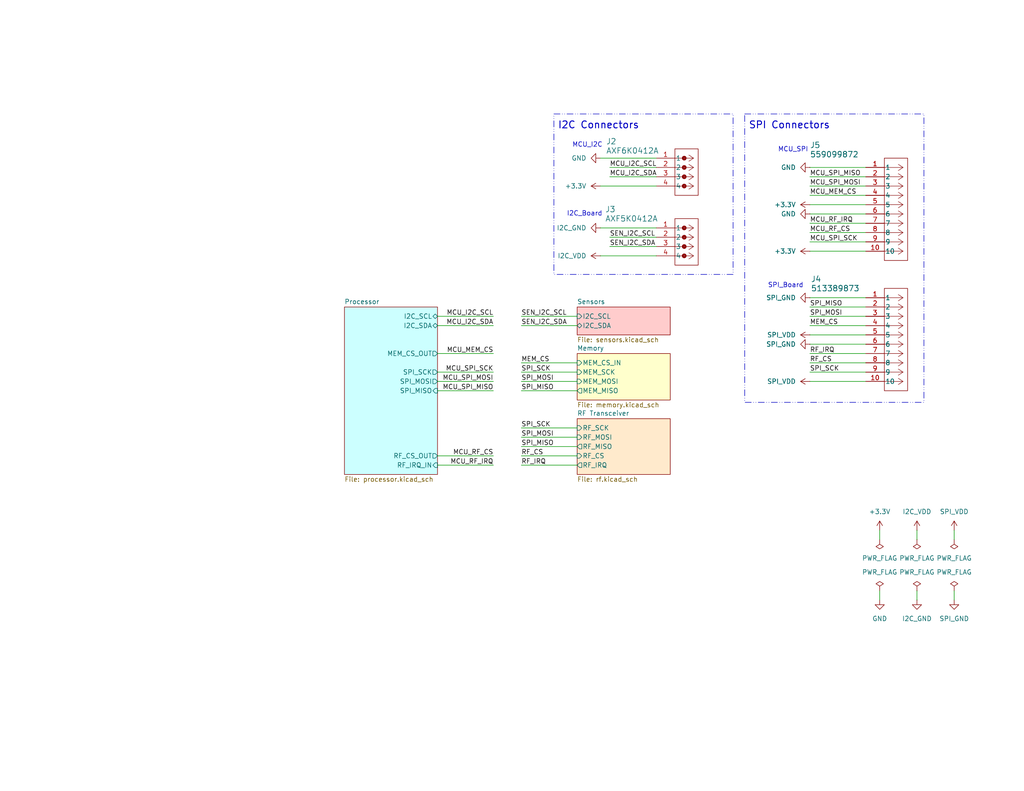
<source format=kicad_sch>
(kicad_sch (version 20250114) (generator "eeschema") (generator_version "9.0")
  (paper "USLetter")
  (title_block (title "Ingestible Capsule") (rev "1.0"))
  (lib_symbols
    (symbol "kjp_symlib:513389873" (pin_names (offset 0.254))
      (property "Reference" "J" (at 8.89 6.35 0))
      (property "Value" "513389873" (at 0 0 0))
      (symbol "513389873_1_1"
        (rectangle (start 5.08 2.54) (end 11.43 -25.4))
        (polyline (pts (xy 10.16 0) (xy 5.08 0)) (stroke (width 0.127)))
        (polyline (pts (xy 10.16 0) (xy 8.89 0.8467)) (stroke (width 0.127)))
        (polyline (pts (xy 10.16 0) (xy 8.89 -0.8467)) (stroke (width 0.127)))
        (polyline (pts (xy 10.16 -2.54) (xy 5.08 -2.54)) (stroke (width 0.127)))
        (polyline (pts (xy 10.16 -2.54) (xy 8.89 -1.6933)) (stroke (width 0.127)))
        (polyline (pts (xy 10.16 -2.54) (xy 8.89 -3.3867)) (stroke (width 0.127)))
        (polyline (pts (xy 10.16 -5.08) (xy 5.08 -5.08)) (stroke (width 0.127)))
        (polyline (pts (xy 10.16 -5.08) (xy 8.89 -4.2333)) (stroke (width 0.127)))
        (polyline (pts (xy 10.16 -5.08) (xy 8.89 -5.9267)) (stroke (width 0.127)))
        (polyline (pts (xy 10.16 -7.62) (xy 5.08 -7.62)) (stroke (width 0.127)))
        (polyline (pts (xy 10.16 -7.62) (xy 8.89 -6.7733)) (stroke (width 0.127)))
        (polyline (pts (xy 10.16 -7.62) (xy 8.89 -8.4667)) (stroke (width 0.127)))
        (polyline (pts (xy 10.16 -10.16) (xy 5.08 -10.16)) (stroke (width 0.127)))
        (polyline (pts (xy 10.16 -10.16) (xy 8.89 -9.3133)) (stroke (width 0.127)))
        (polyline (pts (xy 10.16 -10.16) (xy 8.89 -11.0067)) (stroke (width 0.127)))
        (polyline (pts (xy 10.16 -12.7) (xy 5.08 -12.7)) (stroke (width 0.127)))
        (polyline (pts (xy 10.16 -12.7) (xy 8.89 -11.8533)) (stroke (width 0.127)))
        (polyline (pts (xy 10.16 -12.7) (xy 8.89 -13.5467)) (stroke (width 0.127)))
        (polyline (pts (xy 10.16 -15.24) (xy 5.08 -15.24)) (stroke (width 0.127)))
        (polyline (pts (xy 10.16 -15.24) (xy 8.89 -14.3933)) (stroke (width 0.127)))
        (polyline (pts (xy 10.16 -15.24) (xy 8.89 -16.0867)) (stroke (width 0.127)))
        (polyline (pts (xy 10.16 -17.78) (xy 5.08 -17.78)) (stroke (width 0.127)))
        (polyline (pts (xy 10.16 -17.78) (xy 8.89 -16.9333)) (stroke (width 0.127)))
        (polyline (pts (xy 10.16 -17.78) (xy 8.89 -18.6267)) (stroke (width 0.127)))
        (polyline (pts (xy 10.16 -20.32) (xy 5.08 -20.32)) (stroke (width 0.127)))
        (polyline (pts (xy 10.16 -20.32) (xy 8.89 -19.4733)) (stroke (width 0.127)))
        (polyline (pts (xy 10.16 -20.32) (xy 8.89 -21.1667)) (stroke (width 0.127)))
        (polyline (pts (xy 10.16 -22.86) (xy 5.08 -22.86)) (stroke (width 0.127)))
        (polyline (pts (xy 10.16 -22.86) (xy 8.89 -22.0133)) (stroke (width 0.127)))
        (polyline (pts (xy 10.16 -22.86) (xy 8.89 -23.7067)) (stroke (width 0.127)))
        (pin unspecified line (at 0 0 0) (length 5.08) (name "1") (number "1"))
        (pin unspecified line (at 0 -2.54 0) (length 5.08) (name "2") (number "2"))
        (pin unspecified line (at 0 -5.08 0) (length 5.08) (name "3") (number "3"))
        (pin unspecified line (at 0 -7.62 0) (length 5.08) (name "4") (number "4"))
        (pin unspecified line (at 0 -10.16 0) (length 5.08) (name "5") (number "5"))
        (pin unspecified line (at 0 -12.7 0) (length 5.08) (name "6") (number "6"))
        (pin unspecified line (at 0 -15.24 0) (length 5.08) (name "7") (number "7"))
        (pin unspecified line (at 0 -17.78 0) (length 5.08) (name "8") (number "8"))
        (pin unspecified line (at 0 -20.32 0) (length 5.08) (name "9") (number "9"))
        (pin unspecified line (at 0 -22.86 0) (length 5.08) (name "10") (number "10"))
      )
      (symbol "513389873_1_2"
        (polyline (pts (xy 5.08 2.54) (xy 5.08 -35.56)) (stroke (width 0.127)))
        (polyline (pts (xy 5.08 -35.56) (xy 12.7 -35.56)) (stroke (width 0.127)))
        (polyline (pts (xy 7.62 0) (xy 5.08 0)) (stroke (width 0.127)))
        (polyline (pts (xy 7.62 0) (xy 8.89 0.8467)) (stroke (width 0.127)))
        (polyline (pts (xy 7.62 0) (xy 8.89 -0.8467)) (stroke (width 0.127)))
        (polyline (pts (xy 7.62 -2.54) (xy 5.08 -2.54)) (stroke (width 0.127)))
        (polyline (pts (xy 7.62 -2.54) (xy 8.89 -1.6933)) (stroke (width 0.127)))
        (polyline (pts (xy 7.62 -2.54) (xy 8.89 -3.3867)) (stroke (width 0.127)))
        (polyline (pts (xy 7.62 -5.08) (xy 5.08 -5.08)) (stroke (width 0.127)))
        (polyline (pts (xy 7.62 -5.08) (xy 8.89 -4.2333)) (stroke (width 0.127)))
        (polyline (pts (xy 7.62 -5.08) (xy 8.89 -5.9267)) (stroke (width 0.127)))
        (polyline (pts (xy 7.62 -7.62) (xy 5.08 -7.62)) (stroke (width 0.127)))
        (polyline (pts (xy 7.62 -7.62) (xy 8.89 -6.7733)) (stroke (width 0.127)))
        (polyline (pts (xy 7.62 -7.62) (xy 8.89 -8.4667)) (stroke (width 0.127)))
        (polyline (pts (xy 7.62 -10.16) (xy 5.08 -10.16)) (stroke (width 0.127)))
        (polyline (pts (xy 7.62 -10.16) (xy 8.89 -9.3133)) (stroke (width 0.127)))
        (polyline (pts (xy 7.62 -10.16) (xy 8.89 -11.0067)) (stroke (width 0.127)))
        (polyline (pts (xy 7.62 -12.7) (xy 5.08 -12.7)) (stroke (width 0.127)))
        (polyline (pts (xy 7.62 -12.7) (xy 8.89 -11.8533)) (stroke (width 0.127)))
        (polyline (pts (xy 7.62 -12.7) (xy 8.89 -13.5467)) (stroke (width 0.127)))
        (polyline (pts (xy 7.62 -15.24) (xy 5.08 -15.24)) (stroke (width 0.127)))
        (polyline (pts (xy 7.62 -15.24) (xy 8.89 -14.3933)) (stroke (width 0.127)))
        (polyline (pts (xy 7.62 -15.24) (xy 8.89 -16.0867)) (stroke (width 0.127)))
        (polyline (pts (xy 7.62 -17.78) (xy 5.08 -17.78)) (stroke (width 0.127)))
        (polyline (pts (xy 7.62 -17.78) (xy 8.89 -16.9333)) (stroke (width 0.127)))
        (polyline (pts (xy 7.62 -17.78) (xy 8.89 -18.6267)) (stroke (width 0.127)))
        (polyline (pts (xy 7.62 -20.32) (xy 5.08 -20.32)) (stroke (width 0.127)))
        (polyline (pts (xy 7.62 -20.32) (xy 8.89 -19.4733)) (stroke (width 0.127)))
        (polyline (pts (xy 7.62 -20.32) (xy 8.89 -21.1667)) (stroke (width 0.127)))
        (polyline (pts (xy 7.62 -22.86) (xy 5.08 -22.86)) (stroke (width 0.127)))
        (polyline (pts (xy 7.62 -22.86) (xy 8.89 -22.0133)) (stroke (width 0.127)))
        (polyline (pts (xy 7.62 -22.86) (xy 8.89 -23.7067)) (stroke (width 0.127)))
        (polyline (pts (xy 7.62 -25.4) (xy 5.08 -25.4)) (stroke (width 0.127)))
        (polyline (pts (xy 7.62 -25.4) (xy 8.89 -24.5533)) (stroke (width 0.127)))
        (polyline (pts (xy 7.62 -25.4) (xy 8.89 -26.2467)) (stroke (width 0.127)))
        (polyline (pts (xy 7.62 -27.94) (xy 5.08 -27.94)) (stroke (width 0.127)))
        (polyline (pts (xy 7.62 -27.94) (xy 8.89 -27.0933)) (stroke (width 0.127)))
        (polyline (pts (xy 7.62 -27.94) (xy 8.89 -28.7867)) (stroke (width 0.127)))
        (polyline (pts (xy 7.62 -30.48) (xy 5.08 -30.48)) (stroke (width 0.127)))
        (polyline (pts (xy 7.62 -30.48) (xy 8.89 -29.6333)) (stroke (width 0.127)))
        (polyline (pts (xy 7.62 -30.48) (xy 8.89 -31.3267)) (stroke (width 0.127)))
        (polyline (pts (xy 7.62 -33.02) (xy 5.08 -33.02)) (stroke (width 0.127)))
        (polyline (pts (xy 7.62 -33.02) (xy 8.89 -32.1733)) (stroke (width 0.127)))
        (polyline (pts (xy 7.62 -33.02) (xy 8.89 -33.8667)) (stroke (width 0.127)))
        (polyline (pts (xy 12.7 2.54) (xy 5.08 2.54)) (stroke (width 0.127)))
        (polyline (pts (xy 12.7 -35.56) (xy 12.7 2.54)) (stroke (width 0.127)))
        (pin unspecified line (at 0 0 0) (length 5.08) (name "1") (number "1"))
        (pin unspecified line (at 0 -2.54 0) (length 5.08) (name "2") (number "2"))
        (pin unspecified line (at 0 -5.08 0) (length 5.08) (name "3") (number "3"))
        (pin unspecified line (at 0 -7.62 0) (length 5.08) (name "4") (number "4"))
        (pin unspecified line (at 0 -10.16 0) (length 5.08) (name "5") (number "5"))
        (pin unspecified line (at 0 -12.7 0) (length 5.08) (name "6") (number "6"))
        (pin unspecified line (at 0 -15.24 0) (length 5.08) (name "7") (number "7"))
        (pin unspecified line (at 0 -17.78 0) (length 5.08) (name "8") (number "8"))
        (pin unspecified line (at 0 -20.32 0) (length 5.08) (name "9") (number "9"))
        (pin unspecified line (at 0 -22.86 0) (length 5.08) (name "10") (number "10"))
        (pin unspecified line (at 0 -25.4 0) (length 5.08) (name "P1") (number "P1"))
        (pin unspecified line (at 0 -27.94 0) (length 5.08) (name "P2") (number "P2"))
        (pin unspecified line (at 0 -30.48 0) (length 5.08) (name "P3") (number "P3"))
        (pin unspecified line (at 0 -33.02 0) (length 5.08) (name "P4") (number "P4"))
      )
    )
    (symbol "kjp_symlib:559099872" (pin_names (offset 0.254))
      (property "Reference" "J" (at 8.89 6.35 0))
      (property "Value" "559099872" (at 0 0 0))
      (symbol "559099872_1_1"
        (rectangle (start 5.08 2.54) (end 11.43 -25.4))
        (polyline (pts (xy 10.16 0) (xy 5.08 0)) (stroke (width 0.127)))
        (polyline (pts (xy 10.16 0) (xy 8.89 0.8467)) (stroke (width 0.127)))
        (polyline (pts (xy 10.16 0) (xy 8.89 -0.8467)) (stroke (width 0.127)))
        (polyline (pts (xy 10.16 -2.54) (xy 5.08 -2.54)) (stroke (width 0.127)))
        (polyline (pts (xy 10.16 -2.54) (xy 8.89 -1.6933)) (stroke (width 0.127)))
        (polyline (pts (xy 10.16 -2.54) (xy 8.89 -3.3867)) (stroke (width 0.127)))
        (polyline (pts (xy 10.16 -5.08) (xy 5.08 -5.08)) (stroke (width 0.127)))
        (polyline (pts (xy 10.16 -5.08) (xy 8.89 -4.2333)) (stroke (width 0.127)))
        (polyline (pts (xy 10.16 -5.08) (xy 8.89 -5.9267)) (stroke (width 0.127)))
        (polyline (pts (xy 10.16 -7.62) (xy 5.08 -7.62)) (stroke (width 0.127)))
        (polyline (pts (xy 10.16 -7.62) (xy 8.89 -6.7733)) (stroke (width 0.127)))
        (polyline (pts (xy 10.16 -7.62) (xy 8.89 -8.4667)) (stroke (width 0.127)))
        (polyline (pts (xy 10.16 -10.16) (xy 5.08 -10.16)) (stroke (width 0.127)))
        (polyline (pts (xy 10.16 -10.16) (xy 8.89 -9.3133)) (stroke (width 0.127)))
        (polyline (pts (xy 10.16 -10.16) (xy 8.89 -11.0067)) (stroke (width 0.127)))
        (polyline (pts (xy 10.16 -12.7) (xy 5.08 -12.7)) (stroke (width 0.127)))
        (polyline (pts (xy 10.16 -12.7) (xy 8.89 -11.8533)) (stroke (width 0.127)))
        (polyline (pts (xy 10.16 -12.7) (xy 8.89 -13.5467)) (stroke (width 0.127)))
        (polyline (pts (xy 10.16 -15.24) (xy 5.08 -15.24)) (stroke (width 0.127)))
        (polyline (pts (xy 10.16 -15.24) (xy 8.89 -14.3933)) (stroke (width 0.127)))
        (polyline (pts (xy 10.16 -15.24) (xy 8.89 -16.0867)) (stroke (width 0.127)))
        (polyline (pts (xy 10.16 -17.78) (xy 5.08 -17.78)) (stroke (width 0.127)))
        (polyline (pts (xy 10.16 -17.78) (xy 8.89 -16.9333)) (stroke (width 0.127)))
        (polyline (pts (xy 10.16 -17.78) (xy 8.89 -18.6267)) (stroke (width 0.127)))
        (polyline (pts (xy 10.16 -20.32) (xy 5.08 -20.32)) (stroke (width 0.127)))
        (polyline (pts (xy 10.16 -20.32) (xy 8.89 -19.4733)) (stroke (width 0.127)))
        (polyline (pts (xy 10.16 -20.32) (xy 8.89 -21.1667)) (stroke (width 0.127)))
        (polyline (pts (xy 10.16 -22.86) (xy 5.08 -22.86)) (stroke (width 0.127)))
        (polyline (pts (xy 10.16 -22.86) (xy 8.89 -22.0133)) (stroke (width 0.127)))
        (polyline (pts (xy 10.16 -22.86) (xy 8.89 -23.7067)) (stroke (width 0.127)))
        (pin unspecified line (at 0 0 0) (length 5.08) (name "1") (number "1"))
        (pin unspecified line (at 0 -2.54 0) (length 5.08) (name "2") (number "2"))
        (pin unspecified line (at 0 -5.08 0) (length 5.08) (name "3") (number "3"))
        (pin unspecified line (at 0 -7.62 0) (length 5.08) (name "4") (number "4"))
        (pin unspecified line (at 0 -10.16 0) (length 5.08) (name "5") (number "5"))
        (pin unspecified line (at 0 -12.7 0) (length 5.08) (name "6") (number "6"))
        (pin unspecified line (at 0 -15.24 0) (length 5.08) (name "7") (number "7"))
        (pin unspecified line (at 0 -17.78 0) (length 5.08) (name "8") (number "8"))
        (pin unspecified line (at 0 -20.32 0) (length 5.08) (name "9") (number "9"))
        (pin unspecified line (at 0 -22.86 0) (length 5.08) (name "10") (number "10"))
      )
      (symbol "559099872_1_2"
        (polyline (pts (xy 5.08 2.54) (xy 5.08 -35.56)) (stroke (width 0.127)))
        (polyline (pts (xy 5.08 -35.56) (xy 12.7 -35.56)) (stroke (width 0.127)))
        (polyline (pts (xy 7.62 0) (xy 5.08 0)) (stroke (width 0.127)))
        (polyline (pts (xy 7.62 0) (xy 8.89 0.8467)) (stroke (width 0.127)))
        (polyline (pts (xy 7.62 0) (xy 8.89 -0.8467)) (stroke (width 0.127)))
        (polyline (pts (xy 7.62 -2.54) (xy 5.08 -2.54)) (stroke (width 0.127)))
        (polyline (pts (xy 7.62 -2.54) (xy 8.89 -1.6933)) (stroke (width 0.127)))
        (polyline (pts (xy 7.62 -2.54) (xy 8.89 -3.3867)) (stroke (width 0.127)))
        (polyline (pts (xy 7.62 -5.08) (xy 5.08 -5.08)) (stroke (width 0.127)))
        (polyline (pts (xy 7.62 -5.08) (xy 8.89 -4.2333)) (stroke (width 0.127)))
        (polyline (pts (xy 7.62 -5.08) (xy 8.89 -5.9267)) (stroke (width 0.127)))
        (polyline (pts (xy 7.62 -7.62) (xy 5.08 -7.62)) (stroke (width 0.127)))
        (polyline (pts (xy 7.62 -7.62) (xy 8.89 -6.7733)) (stroke (width 0.127)))
        (polyline (pts (xy 7.62 -7.62) (xy 8.89 -8.4667)) (stroke (width 0.127)))
        (polyline (pts (xy 7.62 -10.16) (xy 5.08 -10.16)) (stroke (width 0.127)))
        (polyline (pts (xy 7.62 -10.16) (xy 8.89 -9.3133)) (stroke (width 0.127)))
        (polyline (pts (xy 7.62 -10.16) (xy 8.89 -11.0067)) (stroke (width 0.127)))
        (polyline (pts (xy 7.62 -12.7) (xy 5.08 -12.7)) (stroke (width 0.127)))
        (polyline (pts (xy 7.62 -12.7) (xy 8.89 -11.8533)) (stroke (width 0.127)))
        (polyline (pts (xy 7.62 -12.7) (xy 8.89 -13.5467)) (stroke (width 0.127)))
        (polyline (pts (xy 7.62 -15.24) (xy 5.08 -15.24)) (stroke (width 0.127)))
        (polyline (pts (xy 7.62 -15.24) (xy 8.89 -14.3933)) (stroke (width 0.127)))
        (polyline (pts (xy 7.62 -15.24) (xy 8.89 -16.0867)) (stroke (width 0.127)))
        (polyline (pts (xy 7.62 -17.78) (xy 5.08 -17.78)) (stroke (width 0.127)))
        (polyline (pts (xy 7.62 -17.78) (xy 8.89 -16.9333)) (stroke (width 0.127)))
        (polyline (pts (xy 7.62 -17.78) (xy 8.89 -18.6267)) (stroke (width 0.127)))
        (polyline (pts (xy 7.62 -20.32) (xy 5.08 -20.32)) (stroke (width 0.127)))
        (polyline (pts (xy 7.62 -20.32) (xy 8.89 -19.4733)) (stroke (width 0.127)))
        (polyline (pts (xy 7.62 -20.32) (xy 8.89 -21.1667)) (stroke (width 0.127)))
        (polyline (pts (xy 7.62 -22.86) (xy 5.08 -22.86)) (stroke (width 0.127)))
        (polyline (pts (xy 7.62 -22.86) (xy 8.89 -22.0133)) (stroke (width 0.127)))
        (polyline (pts (xy 7.62 -22.86) (xy 8.89 -23.7067)) (stroke (width 0.127)))
        (polyline (pts (xy 7.62 -25.4) (xy 5.08 -25.4)) (stroke (width 0.127)))
        (polyline (pts (xy 7.62 -25.4) (xy 8.89 -24.5533)) (stroke (width 0.127)))
        (polyline (pts (xy 7.62 -25.4) (xy 8.89 -26.2467)) (stroke (width 0.127)))
        (polyline (pts (xy 7.62 -27.94) (xy 5.08 -27.94)) (stroke (width 0.127)))
        (polyline (pts (xy 7.62 -27.94) (xy 8.89 -27.0933)) (stroke (width 0.127)))
        (polyline (pts (xy 7.62 -27.94) (xy 8.89 -28.7867)) (stroke (width 0.127)))
        (polyline (pts (xy 7.62 -30.48) (xy 5.08 -30.48)) (stroke (width 0.127)))
        (polyline (pts (xy 7.62 -30.48) (xy 8.89 -29.6333)) (stroke (width 0.127)))
        (polyline (pts (xy 7.62 -30.48) (xy 8.89 -31.3267)) (stroke (width 0.127)))
        (polyline (pts (xy 7.62 -33.02) (xy 5.08 -33.02)) (stroke (width 0.127)))
        (polyline (pts (xy 7.62 -33.02) (xy 8.89 -32.1733)) (stroke (width 0.127)))
        (polyline (pts (xy 7.62 -33.02) (xy 8.89 -33.8667)) (stroke (width 0.127)))
        (polyline (pts (xy 12.7 2.54) (xy 5.08 2.54)) (stroke (width 0.127)))
        (polyline (pts (xy 12.7 -35.56) (xy 12.7 2.54)) (stroke (width 0.127)))
        (pin unspecified line (at 0 0 0) (length 5.08) (name "1") (number "1"))
        (pin unspecified line (at 0 -2.54 0) (length 5.08) (name "2") (number "2"))
        (pin unspecified line (at 0 -5.08 0) (length 5.08) (name "3") (number "3"))
        (pin unspecified line (at 0 -7.62 0) (length 5.08) (name "4") (number "4"))
        (pin unspecified line (at 0 -10.16 0) (length 5.08) (name "5") (number "5"))
        (pin unspecified line (at 0 -12.7 0) (length 5.08) (name "6") (number "6"))
        (pin unspecified line (at 0 -15.24 0) (length 5.08) (name "7") (number "7"))
        (pin unspecified line (at 0 -17.78 0) (length 5.08) (name "8") (number "8"))
        (pin unspecified line (at 0 -20.32 0) (length 5.08) (name "9") (number "9"))
        (pin unspecified line (at 0 -22.86 0) (length 5.08) (name "10") (number "10"))
        (pin unspecified line (at 0 -25.4 0) (length 5.08) (name "P1") (number "P1"))
        (pin unspecified line (at 0 -27.94 0) (length 5.08) (name "P2") (number "P2"))
        (pin unspecified line (at 0 -30.48 0) (length 5.08) (name "P3") (number "P3"))
        (pin unspecified line (at 0 -33.02 0) (length 5.08) (name "P4") (number "P4"))
      )
    )
    (symbol "kjp_symlib:AXF5K0412A" (pin_names (offset 0.254))
      (property "Reference" "J" (at 8.89 6.35 0))
      (property "Value" "AXF5K0412A" (at 0 0 0))
      (symbol "AXF5K0412A_1_1"
        (rectangle (start 5.08 2.54) (end 11.43 -10.16))
        (circle (center 7.62 0) (radius 0.127) (stroke (width 0.508)))
        (circle (center 7.62 -2.54) (radius 0.127) (stroke (width 0.508)))
        (circle (center 7.62 -5.08) (radius 0.127) (stroke (width 0.508)))
        (circle (center 7.62 -7.62) (radius 0.127) (stroke (width 0.508)))
        (polyline (pts (xy 10.16 0) (xy 5.08 0)) (stroke (width 0.127)))
        (polyline (pts (xy 10.16 0) (xy 8.89 0.8467)) (stroke (width 0.127)))
        (polyline (pts (xy 10.16 0) (xy 8.89 -0.8467)) (stroke (width 0.127)))
        (polyline (pts (xy 10.16 -2.54) (xy 5.08 -2.54)) (stroke (width 0.127)))
        (polyline (pts (xy 10.16 -2.54) (xy 8.89 -1.6933)) (stroke (width 0.127)))
        (polyline (pts (xy 10.16 -2.54) (xy 8.89 -3.3867)) (stroke (width 0.127)))
        (polyline (pts (xy 10.16 -5.08) (xy 5.08 -5.08)) (stroke (width 0.127)))
        (polyline (pts (xy 10.16 -5.08) (xy 8.89 -4.2333)) (stroke (width 0.127)))
        (polyline (pts (xy 10.16 -5.08) (xy 8.89 -5.9267)) (stroke (width 0.127)))
        (polyline (pts (xy 10.16 -7.62) (xy 5.08 -7.62)) (stroke (width 0.127)))
        (polyline (pts (xy 10.16 -7.62) (xy 8.89 -6.7733)) (stroke (width 0.127)))
        (polyline (pts (xy 10.16 -7.62) (xy 8.89 -8.4667)) (stroke (width 0.127)))
        (pin unspecified line (at 0 0 0) (length 5.08) (name "1") (number "1"))
        (pin unspecified line (at 0 -2.54 0) (length 5.08) (name "2") (number "2"))
        (pin unspecified line (at 0 -5.08 0) (length 5.08) (name "3") (number "3"))
        (pin unspecified line (at 0 -7.62 0) (length 5.08) (name "4") (number "4"))
      )
      (symbol "AXF5K0412A_1_2"
        (polyline (pts (xy 5.08 2.54) (xy 5.08 -20.32)) (stroke (width 0.127)))
        (polyline (pts (xy 5.08 -20.32) (xy 12.7 -20.32)) (stroke (width 0.127)))
        (polyline (pts (xy 6.35 0) (xy 6.35 -2.54)) (stroke (width 0.127)))
        (circle (center 6.35 0) (radius 0.127) (stroke (width 0.508)))
        (circle (center 6.35 -2.54) (radius 0.127) (stroke (width 0.508)))
        (polyline (pts (xy 6.35 -5.08) (xy 6.35 -7.62)) (stroke (width 0.127)))
        (circle (center 6.35 -5.08) (radius 0.127) (stroke (width 0.508)))
        (circle (center 6.35 -7.62) (radius 0.127) (stroke (width 0.508)))
        (polyline (pts (xy 6.35 -10.16) (xy 6.35 -12.7)) (stroke (width 0.127)))
        (circle (center 6.35 -10.16) (radius 0.127) (stroke (width 0.508)))
        (circle (center 6.35 -12.7) (radius 0.127) (stroke (width 0.508)))
        (polyline (pts (xy 6.35 -15.24) (xy 6.35 -17.78)) (stroke (width 0.127)))
        (circle (center 6.35 -15.24) (radius 0.127) (stroke (width 0.508)))
        (circle (center 6.35 -17.78) (radius 0.127) (stroke (width 0.508)))
        (polyline (pts (xy 7.62 0) (xy 5.08 0)) (stroke (width 0.127)))
        (polyline (pts (xy 7.62 0) (xy 8.89 0.8467)) (stroke (width 0.127)))
        (polyline (pts (xy 7.62 0) (xy 8.89 -0.8467)) (stroke (width 0.127)))
        (polyline (pts (xy 7.62 -2.54) (xy 5.08 -2.54)) (stroke (width 0.127)))
        (polyline (pts (xy 7.62 -2.54) (xy 8.89 -1.6933)) (stroke (width 0.127)))
        (polyline (pts (xy 7.62 -2.54) (xy 8.89 -3.3867)) (stroke (width 0.127)))
        (polyline (pts (xy 7.62 -5.08) (xy 5.08 -5.08)) (stroke (width 0.127)))
        (polyline (pts (xy 7.62 -5.08) (xy 8.89 -4.2333)) (stroke (width 0.127)))
        (polyline (pts (xy 7.62 -5.08) (xy 8.89 -5.9267)) (stroke (width 0.127)))
        (polyline (pts (xy 7.62 -7.62) (xy 5.08 -7.62)) (stroke (width 0.127)))
        (polyline (pts (xy 7.62 -7.62) (xy 8.89 -6.7733)) (stroke (width 0.127)))
        (polyline (pts (xy 7.62 -7.62) (xy 8.89 -8.4667)) (stroke (width 0.127)))
        (polyline (pts (xy 7.62 -10.16) (xy 5.08 -10.16)) (stroke (width 0.127)))
        (polyline (pts (xy 7.62 -10.16) (xy 8.89 -9.3133)) (stroke (width 0.127)))
        (polyline (pts (xy 7.62 -10.16) (xy 8.89 -11.0067)) (stroke (width 0.127)))
        (polyline (pts (xy 7.62 -12.7) (xy 5.08 -12.7)) (stroke (width 0.127)))
        (polyline (pts (xy 7.62 -12.7) (xy 8.89 -11.8533)) (stroke (width 0.127)))
        (polyline (pts (xy 7.62 -12.7) (xy 8.89 -13.5467)) (stroke (width 0.127)))
        (polyline (pts (xy 7.62 -15.24) (xy 5.08 -15.24)) (stroke (width 0.127)))
        (polyline (pts (xy 7.62 -15.24) (xy 8.89 -14.3933)) (stroke (width 0.127)))
        (polyline (pts (xy 7.62 -15.24) (xy 8.89 -16.0867)) (stroke (width 0.127)))
        (polyline (pts (xy 7.62 -17.78) (xy 5.08 -17.78)) (stroke (width 0.127)))
        (polyline (pts (xy 7.62 -17.78) (xy 8.89 -16.9333)) (stroke (width 0.127)))
        (polyline (pts (xy 7.62 -17.78) (xy 8.89 -18.6267)) (stroke (width 0.127)))
        (polyline (pts (xy 12.7 2.54) (xy 5.08 2.54)) (stroke (width 0.127)))
        (polyline (pts (xy 12.7 -20.32) (xy 12.7 2.54)) (stroke (width 0.127)))
        (pin unspecified line (at 0 0 0) (length 5.08) (name "1") (number "1"))
        (pin unspecified line (at 0 -2.54 0) (length 5.08) (name "2") (number "2"))
        (pin unspecified line (at 0 -5.08 0) (length 5.08) (name "3") (number "3"))
        (pin unspecified line (at 0 -7.62 0) (length 5.08) (name "4") (number "4"))
        (pin unspecified line (at 0 -10.16 0) (length 5.08) (name "5") (number "5"))
        (pin unspecified line (at 0 -12.7 0) (length 5.08) (name "6") (number "6"))
        (pin unspecified line (at 0 -15.24 0) (length 5.08) (name "7") (number "7"))
        (pin unspecified line (at 0 -17.78 0) (length 5.08) (name "8") (number "8"))
      )
    )
    (symbol "kjp_symlib:AXF6K0412A" (pin_names (offset 0.254))
      (property "Reference" "J" (at 8.89 6.35 0))
      (property "Value" "AXF6K0412A" (at 0 0 0))
      (symbol "AXF6K0412A_1_1"
        (rectangle (start 5.08 2.54) (end 11.43 -10.16))
        (circle (center 7.62 0) (radius 0.127) (stroke (width 0.508)))
        (circle (center 7.62 -2.54) (radius 0.127) (stroke (width 0.508)))
        (circle (center 7.62 -5.08) (radius 0.127) (stroke (width 0.508)))
        (circle (center 7.62 -7.62) (radius 0.127) (stroke (width 0.508)))
        (polyline (pts (xy 10.16 0) (xy 5.08 0)) (stroke (width 0.127)))
        (polyline (pts (xy 10.16 0) (xy 8.89 0.8467)) (stroke (width 0.127)))
        (polyline (pts (xy 10.16 0) (xy 8.89 -0.8467)) (stroke (width 0.127)))
        (polyline (pts (xy 10.16 -2.54) (xy 5.08 -2.54)) (stroke (width 0.127)))
        (polyline (pts (xy 10.16 -2.54) (xy 8.89 -1.6933)) (stroke (width 0.127)))
        (polyline (pts (xy 10.16 -2.54) (xy 8.89 -3.3867)) (stroke (width 0.127)))
        (polyline (pts (xy 10.16 -5.08) (xy 5.08 -5.08)) (stroke (width 0.127)))
        (polyline (pts (xy 10.16 -5.08) (xy 8.89 -4.2333)) (stroke (width 0.127)))
        (polyline (pts (xy 10.16 -5.08) (xy 8.89 -5.9267)) (stroke (width 0.127)))
        (polyline (pts (xy 10.16 -7.62) (xy 5.08 -7.62)) (stroke (width 0.127)))
        (polyline (pts (xy 10.16 -7.62) (xy 8.89 -6.7733)) (stroke (width 0.127)))
        (polyline (pts (xy 10.16 -7.62) (xy 8.89 -8.4667)) (stroke (width 0.127)))
        (pin unspecified line (at 0 0 0) (length 5.08) (name "1") (number "1"))
        (pin unspecified line (at 0 -2.54 0) (length 5.08) (name "2") (number "2"))
        (pin unspecified line (at 0 -5.08 0) (length 5.08) (name "3") (number "3"))
        (pin unspecified line (at 0 -7.62 0) (length 5.08) (name "4") (number "4"))
      )
      (symbol "AXF6K0412A_1_2"
        (polyline (pts (xy 5.08 2.54) (xy 5.08 -20.32)) (stroke (width 0.127)))
        (polyline (pts (xy 5.08 -20.32) (xy 12.7 -20.32)) (stroke (width 0.127)))
        (polyline (pts (xy 6.35 0) (xy 6.35 -2.54)) (stroke (width 0.127)))
        (circle (center 6.35 0) (radius 0.127) (stroke (width 0.508)))
        (circle (center 6.35 -2.54) (radius 0.127) (stroke (width 0.508)))
        (polyline (pts (xy 6.35 -5.08) (xy 6.35 -7.62)) (stroke (width 0.127)))
        (circle (center 6.35 -5.08) (radius 0.127) (stroke (width 0.508)))
        (circle (center 6.35 -7.62) (radius 0.127) (stroke (width 0.508)))
        (polyline (pts (xy 6.35 -10.16) (xy 6.35 -12.7)) (stroke (width 0.127)))
        (circle (center 6.35 -10.16) (radius 0.127) (stroke (width 0.508)))
        (circle (center 6.35 -12.7) (radius 0.127) (stroke (width 0.508)))
        (polyline (pts (xy 6.35 -15.24) (xy 6.35 -17.78)) (stroke (width 0.127)))
        (circle (center 6.35 -15.24) (radius 0.127) (stroke (width 0.508)))
        (circle (center 6.35 -17.78) (radius 0.127) (stroke (width 0.508)))
        (polyline (pts (xy 7.62 0) (xy 5.08 0)) (stroke (width 0.127)))
        (polyline (pts (xy 7.62 0) (xy 8.89 0.8467)) (stroke (width 0.127)))
        (polyline (pts (xy 7.62 0) (xy 8.89 -0.8467)) (stroke (width 0.127)))
        (polyline (pts (xy 7.62 -2.54) (xy 5.08 -2.54)) (stroke (width 0.127)))
        (polyline (pts (xy 7.62 -2.54) (xy 8.89 -1.6933)) (stroke (width 0.127)))
        (polyline (pts (xy 7.62 -2.54) (xy 8.89 -3.3867)) (stroke (width 0.127)))
        (polyline (pts (xy 7.62 -5.08) (xy 5.08 -5.08)) (stroke (width 0.127)))
        (polyline (pts (xy 7.62 -5.08) (xy 8.89 -4.2333)) (stroke (width 0.127)))
        (polyline (pts (xy 7.62 -5.08) (xy 8.89 -5.9267)) (stroke (width 0.127)))
        (polyline (pts (xy 7.62 -7.62) (xy 5.08 -7.62)) (stroke (width 0.127)))
        (polyline (pts (xy 7.62 -7.62) (xy 8.89 -6.7733)) (stroke (width 0.127)))
        (polyline (pts (xy 7.62 -7.62) (xy 8.89 -8.4667)) (stroke (width 0.127)))
        (polyline (pts (xy 7.62 -10.16) (xy 5.08 -10.16)) (stroke (width 0.127)))
        (polyline (pts (xy 7.62 -10.16) (xy 8.89 -9.3133)) (stroke (width 0.127)))
        (polyline (pts (xy 7.62 -10.16) (xy 8.89 -11.0067)) (stroke (width 0.127)))
        (polyline (pts (xy 7.62 -12.7) (xy 5.08 -12.7)) (stroke (width 0.127)))
        (polyline (pts (xy 7.62 -12.7) (xy 8.89 -11.8533)) (stroke (width 0.127)))
        (polyline (pts (xy 7.62 -12.7) (xy 8.89 -13.5467)) (stroke (width 0.127)))
        (polyline (pts (xy 7.62 -15.24) (xy 5.08 -15.24)) (stroke (width 0.127)))
        (polyline (pts (xy 7.62 -15.24) (xy 8.89 -14.3933)) (stroke (width 0.127)))
        (polyline (pts (xy 7.62 -15.24) (xy 8.89 -16.0867)) (stroke (width 0.127)))
        (polyline (pts (xy 7.62 -17.78) (xy 5.08 -17.78)) (stroke (width 0.127)))
        (polyline (pts (xy 7.62 -17.78) (xy 8.89 -16.9333)) (stroke (width 0.127)))
        (polyline (pts (xy 7.62 -17.78) (xy 8.89 -18.6267)) (stroke (width 0.127)))
        (polyline (pts (xy 12.7 2.54) (xy 5.08 2.54)) (stroke (width 0.127)))
        (polyline (pts (xy 12.7 -20.32) (xy 12.7 2.54)) (stroke (width 0.127)))
        (pin unspecified line (at 0 0 0) (length 5.08) (name "1") (number "1"))
        (pin unspecified line (at 0 -2.54 0) (length 5.08) (name "2") (number "2"))
        (pin unspecified line (at 0 -5.08 0) (length 5.08) (name "3") (number "3"))
        (pin unspecified line (at 0 -7.62 0) (length 5.08) (name "4") (number "4"))
        (pin unspecified line (at 0 -10.16 0) (length 5.08) (name "5") (number "5"))
        (pin unspecified line (at 0 -12.7 0) (length 5.08) (name "6") (number "6"))
        (pin unspecified line (at 0 -15.24 0) (length 5.08) (name "7") (number "7"))
        (pin unspecified line (at 0 -17.78 0) (length 5.08) (name "8") (number "8"))
      )
    )
    (symbol "kjp_symlib:I2C_GND" (power) (pin_numbers (hide yes)) (pin_names (offset 0) (hide yes))
      (property "Value" "I2C_GND" (at 0 -3.81 0))
      (symbol "I2C_GND_0_1"
        (polyline (pts (xy 0 0) (xy 0 -1.27) (xy 1.27 -1.27) (xy 0 -2.54) (xy -1.27 -1.27) (xy 0 -1.27)))
      )
      (symbol "I2C_GND_1_1"
        (pin power_in line (at 0 0 270) (length 0) (name "~") (number "1"))
      )
    )
    (symbol "kjp_symlib:I2C_VDD" (power) (pin_numbers (hide yes)) (pin_names (offset 0) (hide yes))
      (property "Value" "I2C_VDD" (at 0 3.556 0))
      (symbol "I2C_VDD_0_1"
        (polyline (pts (xy -0.762 1.27) (xy 0 2.54)))
        (polyline (pts (xy 0 2.54) (xy 0.762 1.27)))
        (polyline (pts (xy 0 0) (xy 0 2.54)))
      )
      (symbol "I2C_VDD_1_1"
        (pin power_in line (at 0 0 90) (length 0) (name "~") (number "1"))
      )
    )
    (symbol "kjp_symlib:SPI_GND" (power) (pin_numbers (hide yes)) (pin_names (offset 0) (hide yes))
      (property "Value" "SPI_GND" (at 0 -3.81 0))
      (symbol "SPI_GND_0_1"
        (polyline (pts (xy 0 0) (xy 0 -1.27) (xy 1.27 -1.27) (xy 0 -2.54) (xy -1.27 -1.27) (xy 0 -1.27)))
      )
      (symbol "SPI_GND_1_1"
        (pin power_in line (at 0 0 270) (length 0) (name "~") (number "1"))
      )
    )
    (symbol "kjp_symlib:SPI_VDD" (power) (pin_numbers (hide yes)) (pin_names (offset 0) (hide yes))
      (property "Value" "SPI_VDD" (at 0 3.556 0))
      (symbol "SPI_VDD_0_1"
        (polyline (pts (xy -0.762 1.27) (xy 0 2.54)))
        (polyline (pts (xy 0 2.54) (xy 0.762 1.27)))
        (polyline (pts (xy 0 0) (xy 0 2.54)))
      )
      (symbol "SPI_VDD_1_1"
        (pin power_in line (at 0 0 90) (length 0) (name "~") (number "1"))
      )
    )
    (symbol "power:+3.3V" (power) (pin_numbers (hide yes)) (pin_names (offset 0) (hide yes))
      (property "Value" "+3.3V" (at 0 3.556 0))
      (symbol "+3.3V_0_1"
        (polyline (pts (xy -0.762 1.27) (xy 0 2.54)))
        (polyline (pts (xy 0 2.54) (xy 0.762 1.27)))
        (polyline (pts (xy 0 0) (xy 0 2.54)))
      )
      (symbol "+3.3V_1_1"
        (pin power_in line (at 0 0 90) (length 0) (name "~") (number "1"))
      )
    )
    (symbol "power:GND" (power) (pin_numbers (hide yes)) (pin_names (offset 0) (hide yes))
      (property "Value" "GND" (at 0 -3.81 0))
      (symbol "GND_0_1"
        (polyline (pts (xy 0 0) (xy 0 -1.27) (xy 1.27 -1.27) (xy 0 -2.54) (xy -1.27 -1.27) (xy 0 -1.27)))
      )
      (symbol "GND_1_1"
        (pin power_in line (at 0 0 270) (length 0) (name "~") (number "1"))
      )
    )
    (symbol "power:PWR_FLAG" (power) (pin_numbers (hide yes)) (pin_names (offset 0) (hide yes))
      (property "Value" "PWR_FLAG" (at 0 3.81 0))
      (symbol "PWR_FLAG_0_0"
        (pin power_out line (at 0 0 90) (length 0) (name "~") (number "1"))
      )
      (symbol "PWR_FLAG_0_1"
        (polyline (pts (xy 0 0) (xy 0 1.27) (xy -1.016 1.905) (xy 0 2.54) (xy 1.016 1.905) (xy 0 1.27)))
      )
    )
  )
  (rectangle (start 151.13 31.115) (end 200.025 74.93) (stroke (width 0) (type dash_dot_dot)))
  (rectangle (start 203.2 31.115) (end 252.095 109.855) (stroke (width 0) (type dash_dot_dot)))
  (text "MCU_I2C" (at 160.274 39.624 0) (effects (font (size 1.27 1.27))))
  (text "I2C_Board" (at 159.512 58.42 0) (effects (font (size 1.27 1.27))))
  (text "MCU_SPI" (at 216.408 40.894 0) (effects (font (size 1.27 1.27))))
  (text "SPI_Board" (at 214.376 77.978 0) (effects (font (size 1.27 1.27))))
  (text "SPI Connectors" (at 215.392 34.29 0) (effects (font (size 1.905 1.905) (thickness 0.254) (bold yes))))
  (text "I2C Connectors" (at 163.322 34.29 0) (effects (font (size 1.905 1.905) (thickness 0.254) (bold yes))))
  (wire (pts (xy 220.98 91.44) (xy 236.22 91.44)))
  (wire (pts (xy 163.83 69.85) (xy 179.07 69.85)))
  (wire (pts (xy 163.83 50.8) (xy 179.07 50.8)))
  (wire (pts (xy 142.24 127) (xy 157.48 127)))
  (wire (pts (xy 236.22 60.96) (xy 220.98 60.96)))
  (wire (pts (xy 166.37 64.77) (xy 179.07 64.77)))
  (wire (pts (xy 119.38 101.6) (xy 134.62 101.6)))
  (wire (pts (xy 260.35 147.32) (xy 260.35 144.78)))
  (wire (pts (xy 220.98 93.98) (xy 236.22 93.98)))
  (wire (pts (xy 142.24 104.14) (xy 157.48 104.14)))
  (wire (pts (xy 119.38 127) (xy 134.62 127)))
  (wire (pts (xy 220.98 45.72) (xy 236.22 45.72)))
  (wire (pts (xy 119.38 88.9) (xy 134.62 88.9)))
  (wire (pts (xy 142.24 86.36) (xy 157.48 86.36)))
  (wire (pts (xy 119.38 96.52) (xy 134.62 96.52)))
  (wire (pts (xy 236.22 53.34) (xy 220.98 53.34)))
  (wire (pts (xy 142.24 119.38) (xy 157.48 119.38)))
  (wire (pts (xy 220.98 99.06) (xy 236.22 99.06)))
  (wire (pts (xy 250.19 161.29) (xy 250.19 163.83)))
  (wire (pts (xy 260.35 161.29) (xy 260.35 163.83)))
  (wire (pts (xy 220.98 58.42) (xy 236.22 58.42)))
  (wire (pts (xy 236.22 50.8) (xy 220.98 50.8)))
  (wire (pts (xy 119.38 106.68) (xy 134.62 106.68)))
  (wire (pts (xy 163.83 43.18) (xy 179.07 43.18)))
  (wire (pts (xy 142.24 88.9) (xy 157.48 88.9)))
  (wire (pts (xy 220.98 96.52) (xy 236.22 96.52)))
  (wire (pts (xy 142.24 121.92) (xy 157.48 121.92)))
  (wire (pts (xy 240.03 161.29) (xy 240.03 163.83)))
  (wire (pts (xy 119.38 124.46) (xy 134.62 124.46)))
  (wire (pts (xy 236.22 48.26) (xy 220.98 48.26)))
  (wire (pts (xy 220.98 86.36) (xy 236.22 86.36)))
  (wire (pts (xy 220.98 83.82) (xy 236.22 83.82)))
  (wire (pts (xy 142.24 106.68) (xy 157.48 106.68)))
  (wire (pts (xy 163.83 62.23) (xy 179.07 62.23)))
  (wire (pts (xy 220.98 81.28) (xy 236.22 81.28)))
  (wire (pts (xy 236.22 66.04) (xy 220.98 66.04)))
  (wire (pts (xy 119.38 104.14) (xy 134.62 104.14)))
  (wire (pts (xy 142.24 99.06) (xy 157.48 99.06)))
  (wire (pts (xy 220.98 55.88) (xy 236.22 55.88)))
  (wire (pts (xy 240.03 147.32) (xy 240.03 144.78)))
  (wire (pts (xy 250.19 147.32) (xy 250.19 144.78)))
  (wire (pts (xy 166.37 48.26) (xy 179.07 48.26)))
  (wire (pts (xy 166.37 67.31) (xy 179.07 67.31)))
  (wire (pts (xy 220.98 88.9) (xy 236.22 88.9)))
  (wire (pts (xy 142.24 101.6) (xy 157.48 101.6)))
  (wire (pts (xy 220.98 68.58) (xy 236.22 68.58)))
  (wire (pts (xy 220.98 104.14) (xy 236.22 104.14)))
  (wire (pts (xy 142.24 116.84) (xy 157.48 116.84)))
  (wire (pts (xy 166.37 45.72) (xy 179.07 45.72)))
  (wire (pts (xy 220.98 101.6) (xy 236.22 101.6)))
  (wire (pts (xy 236.22 63.5) (xy 220.98 63.5)))
  (wire (pts (xy 119.38 86.36) (xy 134.62 86.36)))
  (wire (pts (xy 142.24 124.46) (xy 157.48 124.46)))
  (label "MCU_MEM_CS" (at 134.62 96.52 180))
  (label "MCU_SPI_SCK" (at 134.62 101.6 180))
  (label "MCU_I2C_SCL" (at 166.37 45.72 0))
  (label "RF_CS" (at 142.24 124.46 0))
  (label "MCU_SPI_MOSI" (at 134.62 104.14 180))
  (label "MCU_MEM_CS" (at 220.98 53.34 0))
  (label "SPI_SCK" (at 142.24 101.6 0))
  (label "SEN_I2C_SCL" (at 142.24 86.36 0))
  (label "MCU_SPI_MISO" (at 134.62 106.68 180))
  (label "SPI_MOSI" (at 220.98 86.36 0))
  (label "SPI_SCK" (at 142.24 116.84 0))
  (label "MCU_I2C_SDA" (at 166.37 48.26 0))
  (label "MCU_RF_IRQ" (at 220.98 60.96 0))
  (label "SPI_MISO" (at 142.24 106.68 0))
  (label "SPI_MOSI" (at 142.24 104.14 0))
  (label "MCU_SPI_SCK" (at 220.98 66.04 0))
  (label "MCU_SPI_MISO" (at 220.98 48.26 0))
  (label "MCU_RF_CS" (at 220.98 63.5 0))
  (label "RF_IRQ" (at 142.24 127 0))
  (label "SEN_I2C_SDA" (at 142.24 88.9 0))
  (label "SEN_I2C_SDA" (at 166.37 67.31 0))
  (label "SPI_MISO" (at 220.98 83.82 0))
  (label "SPI_SCK" (at 220.98 101.6 0))
  (label "MCU_I2C_SCL" (at 134.62 86.36 180))
  (label "MCU_RF_CS" (at 134.62 124.46 180))
  (label "MEM_CS" (at 220.98 88.9 0))
  (label "RF_IRQ" (at 220.98 96.52 0))
  (label "MCU_I2C_SDA" (at 134.62 88.9 180))
  (label "SEN_I2C_SCL" (at 166.37 64.77 0))
  (label "RF_CS" (at 220.98 99.06 0))
  (label "MCU_SPI_MOSI" (at 220.98 50.8 0))
  (label "SPI_MOSI" (at 142.24 119.38 0))
  (label "SPI_MISO" (at 142.24 121.92 0))
  (label "MEM_CS" (at 142.24 99.06 0))
  (label "MCU_RF_IRQ" (at 134.62 127 180))
  (symbol (lib_id "kjp_symlib:SPI_GND") (at 220.98 81.28 270) (unit 1)
    (property "Reference" "#PWR017" (effects (hide yes)))
    (property "Value" "SPI_GND" (at 217.17 81.2799 90) (effects (justify right)))
    (property "Description" "Power symbol creates a global label with name \"GND\" , ground" (effects (hide yes)))
  )
  (symbol (lib_id "power:PWR_FLAG") (at 240.03 161.29 0) (unit 1)
    (property "Reference" "#FLG02" (effects (hide yes)))
    (property "Value" "PWR_FLAG" (at 240.03 156.21 0))
    (property "Description" "Special symbol for telling ERC where power comes from" (effects (hide yes)))
  )
  (symbol (lib_id "power:PWR_FLAG") (at 250.19 161.29 0) (unit 1)
    (property "Reference" "#FLG04" (effects (hide yes)))
    (property "Value" "PWR_FLAG" (at 250.19 156.21 0))
    (property "Description" "Special symbol for telling ERC where power comes from" (effects (hide yes)))
  )
  (symbol (lib_id "kjp_symlib:I2C_VDD") (at 163.83 69.85 90) (unit 1)
    (property "Reference" "#PWR053" (effects (hide yes)))
    (property "Value" "I2C_VDD" (at 160.02 69.8499 90) (effects (justify left)))
    (property "Description" "Power symbol creates a global label with name \"I2C_VDD\"" (effects (hide yes)))
  )
  (symbol (lib_id "power:GND") (at 220.98 45.72 270) (unit 1)
    (property "Reference" "#PWR052" (effects (hide yes)))
    (property "Value" "GND" (at 217.17 45.7199 90) (effects (justify right)))
    (property "Description" "Power symbol creates a global label with name \"GND\" , ground" (effects (hide yes)))
  )
  (symbol (lib_id "kjp_symlib:AXF6K0412A") (at 179.07 43.18 0) (unit 1)
    (property "Reference" "J2" (at 165.354 38.608 0) (effects (font (size 1.524 1.524)) (justify left)))
    (property "Value" "AXF6K0412A" (at 165.354 41.148 0) (effects (font (size 1.524 1.524)) (justify left)))
    (property "Footprint" "kjp_fplib:AXF6K0412A" (effects (hide yes)))
    (property "Datasheet" "AXF5K0412A" (effects (hide yes)))
  )
  (symbol (lib_id "kjp_symlib:I2C_GND") (at 250.19 163.83 0) (unit 1)
    (property "Reference" "#PWR023" (effects (hide yes)))
    (property "Value" "I2C_GND" (at 250.19 168.91 0))
    (property "Description" "Power symbol creates a global label with name \"I2C_GND\" , ground" (effects (hide yes)))
  )
  (symbol (lib_id "kjp_symlib:SPI_VDD") (at 220.98 91.44 90) (unit 1)
    (property "Reference" "#PWR065" (effects (hide yes)))
    (property "Value" "SPI_VDD" (at 217.17 91.4399 90) (effects (justify left)))
    (property "Description" "Power symbol creates a global label with name \"SPI_VDD\"" (effects (hide yes)))
  )
  (symbol (lib_id "kjp_symlib:I2C_VDD") (at 250.19 144.78 0) (unit 1)
    (property "Reference" "#PWR061" (effects (hide yes)))
    (property "Value" "I2C_VDD" (at 250.19 139.7 0))
    (property "Description" "Power symbol creates a global label with name \"I2C_VDD\"" (effects (hide yes)))
  )
  (symbol (lib_id "kjp_symlib:559099872") (at 236.22 45.72 0) (unit 1)
    (property "Reference" "J5" (at 220.98 39.624 0) (effects (font (size 1.524 1.524)) (justify left)))
    (property "Value" "559099872" (at 220.98 42.164 0) (effects (font (size 1.524 1.524)) (justify left)))
    (property "Footprint" "kjp_fplib:CON_559099872" (effects (hide yes)))
    (property "Datasheet" "559099872" (effects (hide yes)))
  )
  (symbol (lib_id "kjp_symlib:SPI_VDD") (at 220.98 104.14 90) (unit 1)
    (property "Reference" "#PWR015" (effects (hide yes)))
    (property "Value" "SPI_VDD" (at 217.17 104.1399 90) (effects (justify left)))
    (property "Description" "Power symbol creates a global label with name \"SPI_VDD\"" (effects (hide yes)))
  )
  (symbol (lib_id "power:GND") (at 240.03 163.83 0) (unit 1)
    (property "Reference" "#PWR048" (effects (hide yes)))
    (property "Value" "GND" (at 240.03 168.91 0))
    (property "Description" "Power symbol creates a global label with name \"GND\" , ground" (effects (hide yes)))
  )
  (symbol (lib_id "power:+3.3V") (at 220.98 68.58 90) (unit 1)
    (property "Reference" "#PWR062" (effects (hide yes)))
    (property "Value" "+3.3V" (at 217.17 68.5799 90) (effects (justify left)))
    (property "Description" "Power symbol creates a global label with name \"+3.3V\"" (effects (hide yes)))
  )
  (symbol (lib_id "power:+3.3V") (at 240.03 144.78 0) (unit 1)
    (property "Reference" "#PWR047" (effects (hide yes)))
    (property "Value" "+3.3V" (at 240.03 139.7 0))
    (property "Description" "Power symbol creates a global label with name \"+3.3V\"" (effects (hide yes)))
  )
  (symbol (lib_id "kjp_symlib:I2C_GND") (at 163.83 62.23 270) (unit 1)
    (property "Reference" "#PWR016" (effects (hide yes)))
    (property "Value" "I2C_GND" (at 160.02 62.2299 90) (effects (justify right)))
    (property "Description" "Power symbol creates a global label with name \"I2C_GND\" , ground" (effects (hide yes)))
  )
  (symbol (lib_id "kjp_symlib:AXF5K0412A") (at 179.07 62.23 0) (unit 1)
    (property "Reference" "J3" (at 165.1 57.15 0) (effects (font (size 1.524 1.524)) (justify left)))
    (property "Value" "AXF5K0412A" (at 165.1 59.69 0) (effects (font (size 1.524 1.524)) (justify left)))
    (property "Footprint" "kjp_fplib:AXF5K0412A" (effects (hide yes)))
    (property "Datasheet" "AXF5K0412A" (effects (hide yes)))
  )
  (symbol (lib_id "power:+3.3V") (at 163.83 50.8 90) (unit 1)
    (property "Reference" "#PWR050" (effects (hide yes)))
    (property "Value" "+3.3V" (at 160.02 50.7999 90) (effects (justify left)))
    (property "Description" "Power symbol creates a global label with name \"+3.3V\"" (effects (hide yes)))
  )
  (symbol (lib_id "power:PWR_FLAG") (at 260.35 161.29 0) (unit 1)
    (property "Reference" "#FLG06" (effects (hide yes)))
    (property "Value" "PWR_FLAG" (at 260.35 156.21 0))
    (property "Description" "Special symbol for telling ERC where power comes from" (effects (hide yes)))
  )
  (symbol (lib_id "kjp_symlib:SPI_GND") (at 260.35 163.83 0) (unit 1)
    (property "Reference" "#PWR025" (effects (hide yes)))
    (property "Value" "SPI_GND" (at 260.35 168.91 0))
    (property "Description" "Power symbol creates a global label with name \"GND\" , ground" (effects (hide yes)))
  )
  (symbol (lib_id "kjp_symlib:SPI_GND") (at 220.98 93.98 270) (unit 1)
    (property "Reference" "#PWR026" (effects (hide yes)))
    (property "Value" "SPI_GND" (at 217.17 93.9799 90) (effects (justify right)))
    (property "Description" "Power symbol creates a global label with name \"GND\" , ground" (effects (hide yes)))
  )
  (symbol (lib_id "kjp_symlib:513389873") (at 236.22 81.28 0) (unit 1)
    (property "Reference" "J4" (at 221.234 76.2 0) (effects (font (size 1.524 1.524)) (justify left)))
    (property "Value" "513389873" (at 221.234 78.74 0) (effects (font (size 1.524 1.524)) (justify left)))
    (property "Footprint" "kjp_fplib:CON_513389873" (effects (hide yes)))
    (property "Datasheet" "513389873" (effects (hide yes)))
  )
  (symbol (lib_id "kjp_symlib:SPI_VDD") (at 260.35 144.78 0) (unit 1)
    (property "Reference" "#PWR024" (effects (hide yes)))
    (property "Value" "SPI_VDD" (at 260.35 139.7 0))
    (property "Description" "Power symbol creates a global label with name \"SPI_VDD\"" (effects (hide yes)))
  )
  (symbol (lib_id "power:GND") (at 163.83 43.18 270) (unit 1)
    (property "Reference" "#PWR051" (effects (hide yes)))
    (property "Value" "GND" (at 160.02 43.1799 90) (effects (justify right)))
    (property "Description" "Power symbol creates a global label with name \"GND\" , ground" (effects (hide yes)))
  )
  (symbol (lib_id "power:GND") (at 220.98 58.42 270) (unit 1)
    (property "Reference" "#PWR064" (effects (hide yes)))
    (property "Value" "GND" (at 217.17 58.4199 90) (effects (justify right)))
    (property "Description" "Power symbol creates a global label with name \"GND\" , ground" (effects (hide yes)))
  )
  (symbol (lib_id "power:+3.3V") (at 220.98 55.88 90) (unit 1)
    (property "Reference" "#PWR063" (effects (hide yes)))
    (property "Value" "+3.3V" (at 217.17 55.8799 90) (effects (justify left)))
    (property "Description" "Power symbol creates a global label with name \"+3.3V\"" (effects (hide yes)))
  )
  (symbol (lib_id "power:PWR_FLAG") (at 260.35 147.32 180) (unit 1)
    (property "Reference" "#FLG05" (effects (hide yes)))
    (property "Value" "PWR_FLAG" (at 260.35 152.4 0))
    (property "Description" "Special symbol for telling ERC where power comes from" (effects (hide yes)))
  )
  (symbol (lib_id "power:PWR_FLAG") (at 250.19 147.32 180) (unit 1)
    (property "Reference" "#FLG03" (effects (hide yes)))
    (property "Value" "PWR_FLAG" (at 250.19 152.4 0))
    (property "Description" "Special symbol for telling ERC where power comes from" (effects (hide yes)))
  )
  (symbol (lib_id "power:PWR_FLAG") (at 240.03 147.32 180) (unit 1)
    (property "Reference" "#FLG01" (effects (hide yes)))
    (property "Value" "PWR_FLAG" (at 240.03 152.4 0))
    (property "Description" "Special symbol for telling ERC where power comes from" (effects (hide yes)))
  )
  (sheet (at 157.48 114.3) (size 25.4 15.24) (stroke (width 0.1524)) (fill (color 255 153 0 0.2000))
    (property "Sheetname" "RF Transceiver" (at 157.48 113.5884 0) (effects (justify left bottom)))
    (property "Sheetfile" "rf.kicad_sch" (at 157.48 130.1246 0) (effects (justify left top)))
    (pin "RF_CS" input (at 157.48 124.46 180))
    (pin "RF_MISO" output (at 157.48 121.92 180))
    (pin "RF_SCK" input (at 157.48 116.84 180))
    (pin "RF_IRQ" output (at 157.48 127 180))
    (pin "RF_MOSI" input (at 157.48 119.38 180))
  )
  (sheet (at 157.48 96.52) (size 25.4 12.7) (stroke (width 0.1524)) (fill (color 255 255 0 0.2000))
    (property "Sheetname" "Memory" (at 157.48 95.8084 0) (effects (justify left bottom)))
    (property "Sheetfile" "memory.kicad_sch" (at 157.48 109.8046 0) (effects (justify left top)))
    (pin "MEM_MISO" output (at 157.48 106.68 180))
    (pin "MEM_SCK" input (at 157.48 101.6 180))
    (pin "MEM_MOSI" input (at 157.48 104.14 180))
    (pin "MEM_CS_IN" input (at 157.48 99.06 180))
  )
  (sheet (at 93.98 83.82) (size 25.4 45.72) (stroke (width 0.1524)) (fill (color 0 255 255 0.2000))
    (property "Sheetname" "Processor" (at 93.98 83.1084 0) (effects (justify left bottom)))
    (property "Sheetfile" "processor.kicad_sch" (at 93.98 130.1246 0) (effects (justify left top)))
    (pin "RF_IRQ_IN" input (at 119.38 127 0))
    (pin "SPI_SCK" output (at 119.38 101.6 0))
    (pin "SPI_MOSI" output (at 119.38 104.14 0))
    (pin "RF_CS_OUT" output (at 119.38 124.46 0))
    (pin "MEM_CS_OUT" output (at 119.38 96.52 0))
    (pin "SPI_MISO" input (at 119.38 106.68 0))
    (pin "I2C_SDA" bidirectional (at 119.38 88.9 0))
    (pin "I2C_SCL" bidirectional (at 119.38 86.36 0))
  )
  (sheet (at 157.48 83.82) (size 25.4 7.62) (stroke (width 0.1524)) (fill (color 255 0 0 0.2000))
    (property "Sheetname" "Sensors" (at 157.48 83.1084 0) (effects (justify left bottom)))
    (property "Sheetfile" "sensors.kicad_sch" (at 157.48 92.0246 0) (effects (justify left top)))
    (pin "I2C_SDA" bidirectional (at 157.48 88.9 180))
    (pin "I2C_SCL" input (at 157.48 86.36 180))
  )
)
</source>
